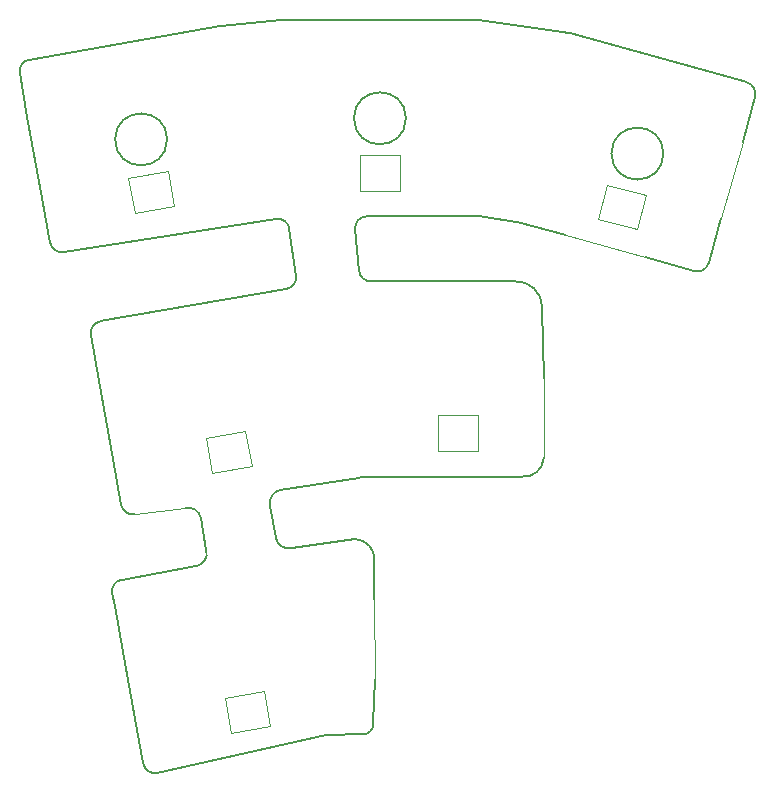
<source format=gm1>
G04 #@! TF.GenerationSoftware,KiCad,Pcbnew,7.0.7*
G04 #@! TF.CreationDate,2024-02-03T15:44:35+08:00*
G04 #@! TF.ProjectId,flex,666c6578-2e6b-4696-9361-645f70636258,rev?*
G04 #@! TF.SameCoordinates,Original*
G04 #@! TF.FileFunction,Profile,NP*
%FSLAX46Y46*%
G04 Gerber Fmt 4.6, Leading zero omitted, Abs format (unit mm)*
G04 Created by KiCad (PCBNEW 7.0.7) date 2024-02-03 15:44:35*
%MOMM*%
%LPD*%
G01*
G04 APERTURE LIST*
G04 #@! TA.AperFunction,Profile*
%ADD10C,0.200000*%
G04 #@! TD*
G04 #@! TA.AperFunction,Profile*
%ADD11C,0.050000*%
G04 #@! TD*
G04 #@! TA.AperFunction,Profile*
%ADD12C,0.120000*%
G04 #@! TD*
G04 APERTURE END LIST*
D10*
X85554430Y-61936204D02*
X85889204Y-65446311D01*
D11*
X101517591Y-81304279D02*
X101505810Y-74554291D01*
D10*
X65787906Y-91599527D02*
G75*
G03*
X64984402Y-92775286I177994J-984073D01*
G01*
X79991793Y-61907856D02*
G75*
G03*
X78844795Y-61059506I-990293J-139344D01*
G01*
X65056842Y-81401082D02*
X63873117Y-74755687D01*
X96022037Y-60850518D02*
G75*
G03*
X95886322Y-60841260I-135737J-990482D01*
G01*
X95886322Y-60841260D02*
X86549912Y-60841260D01*
X72496527Y-86397728D02*
G75*
G03*
X71166131Y-85535797I-1070727J-194972D01*
G01*
X96022038Y-44250513D02*
X103621191Y-45291467D01*
X67613349Y-107162928D02*
X67098201Y-104328251D01*
X86549912Y-60841317D02*
G75*
G03*
X85554431Y-61936204I-12J-999983D01*
G01*
X69633296Y-54328168D02*
G75*
G03*
X69633296Y-54328168I-2200000J0D01*
G01*
X101409519Y-68579288D02*
X101505810Y-74554291D01*
X119408312Y-50727951D02*
X118352802Y-54508363D01*
X86209123Y-104709584D02*
G75*
G03*
X87109122Y-103709526I-16423J919784D01*
G01*
X85889246Y-65446307D02*
G75*
G03*
X86886219Y-66351367I995454J94907D01*
G01*
X79398595Y-44241256D02*
G75*
G03*
X79310570Y-44245142I5J-998944D01*
G01*
X85975656Y-82952760D02*
G75*
G03*
X85887631Y-82956646I44J-999940D01*
G01*
X57960077Y-47576011D02*
G75*
G03*
X57149512Y-48730861I174823J-984589D01*
G01*
X63993931Y-69731595D02*
G75*
G03*
X63184803Y-70891511I175369J-984505D01*
G01*
X114250000Y-65484366D02*
X110064071Y-64315634D01*
X83068065Y-104732225D02*
X68818112Y-107959427D01*
X80169043Y-88922779D02*
X85502015Y-88165856D01*
X57960070Y-47575969D02*
X74105714Y-44708982D01*
D11*
X103393649Y-62453218D02*
X110064071Y-64315634D01*
D10*
X87184161Y-90007223D02*
G75*
G03*
X85502015Y-88165856I-1682161J152323D01*
G01*
X116537593Y-61009710D02*
X115482083Y-64790123D01*
X103393649Y-62453218D02*
X99290326Y-61307550D01*
X63993939Y-69731642D02*
X79729594Y-66986755D01*
X79398595Y-44241260D02*
X95886322Y-44241260D01*
X80548003Y-65862342D02*
X79991765Y-61907860D01*
X99709519Y-82879288D02*
X85975656Y-82952763D01*
X59743578Y-63062862D02*
X59050000Y-59300000D01*
X79729595Y-66986762D02*
G75*
G03*
X80548003Y-65862342I-171895J985162D01*
G01*
X99157122Y-61279965D02*
X96022038Y-60850512D01*
X72961078Y-89127832D02*
X72496567Y-86397721D01*
D11*
X116537593Y-61009710D02*
X118352802Y-54508363D01*
D10*
X65891286Y-97687027D02*
X67098201Y-104328251D01*
X59743570Y-63062863D02*
G75*
G03*
X60881567Y-63869577I983430J181263D01*
G01*
X103754395Y-45319052D02*
X118714069Y-49495868D01*
X67613368Y-107162925D02*
G75*
G03*
X68818112Y-107959426I983832J178725D01*
G01*
X57794157Y-52461015D02*
X57149512Y-48730861D01*
X74193055Y-44697367D02*
X79310570Y-44245142D01*
X86209122Y-104709526D02*
X83068065Y-104732225D01*
X87184126Y-90007220D02*
X87184125Y-93283755D01*
X87195906Y-100033743D02*
X87109122Y-103709526D01*
X59050000Y-59300000D02*
X57794157Y-52461015D01*
X65745157Y-85265257D02*
X65056842Y-81401082D01*
D11*
X87195906Y-100033743D02*
X87184125Y-93283755D01*
D10*
X65189488Y-93825278D02*
X64984401Y-92775286D01*
X65745211Y-85265247D02*
G75*
G03*
X66905027Y-86074393I984489J175347D01*
G01*
X99709520Y-82879275D02*
G75*
G03*
X101517591Y-81304279I149080J1654175D01*
G01*
X74193055Y-44697371D02*
G75*
G03*
X74105713Y-44708982I88245J-998129D01*
G01*
X63873117Y-74755687D02*
X63184802Y-70891512D01*
X119408294Y-50727946D02*
G75*
G03*
X118714069Y-49495868I-963294J268846D01*
G01*
X111650948Y-55527002D02*
G75*
G03*
X111650948Y-55527002I-2200000J0D01*
G01*
X101409527Y-68579288D02*
G75*
G03*
X99009518Y-66332781I-2251427J-12D01*
G01*
X96022037Y-44250519D02*
G75*
G03*
X95886323Y-44241261I-135737J-990481D01*
G01*
X103754395Y-45319054D02*
G75*
G03*
X103621191Y-45291468I-269295J-964946D01*
G01*
X72099143Y-90458207D02*
G75*
G03*
X72961077Y-89127832I-194943J1070707D01*
G01*
X78844795Y-61059505D02*
X60881567Y-63869578D01*
X99290326Y-61307549D02*
G75*
G03*
X99157122Y-61279965I-268826J-962751D01*
G01*
X78838577Y-88060861D02*
G75*
G03*
X80169043Y-88922778I1070723J194961D01*
G01*
X78374096Y-85330744D02*
X78838607Y-88060855D01*
D11*
X71166131Y-85535797D02*
X66905027Y-86074393D01*
D10*
X86886219Y-66351367D02*
X99009518Y-66332781D01*
X65787909Y-91599546D02*
X72099154Y-90458268D01*
X114249994Y-65484386D02*
G75*
G03*
X115482081Y-64790124I268906J963186D01*
G01*
X89854496Y-52541260D02*
G75*
G03*
X89854496Y-52541260I-2200000J0D01*
G01*
X65891286Y-97687027D02*
X65189488Y-93825278D01*
X79236011Y-84000257D02*
G75*
G03*
X78374096Y-85330744I194989J-1070743D01*
G01*
X85887631Y-82956644D02*
X79236020Y-84000308D01*
D12*
X95950000Y-80700000D02*
X92550000Y-80700000D01*
X95950000Y-77700000D02*
X95950000Y-80700000D01*
X92550000Y-80700000D02*
X92550000Y-77700000D01*
X92550000Y-77700000D02*
X95950000Y-77700000D01*
X70225171Y-59949795D02*
X66876825Y-60540199D01*
X69704227Y-56995371D02*
X70225171Y-59949795D01*
X66876825Y-60540199D02*
X66355881Y-57585775D01*
X66355881Y-57585775D02*
X69704227Y-56995371D01*
X109394371Y-61956666D02*
X106110224Y-61076681D01*
X110170828Y-59058889D02*
X109394371Y-61956666D01*
X106110224Y-61076681D02*
X106886681Y-58178904D01*
X106886681Y-58178904D02*
X110170828Y-59058889D01*
X76784645Y-81982010D02*
X73436299Y-82572414D01*
X76263701Y-79027586D02*
X76784645Y-81982010D01*
X73436299Y-82572414D02*
X72915355Y-79617990D01*
X72915355Y-79617990D02*
X76263701Y-79027586D01*
X78384645Y-104012010D02*
X75036299Y-104602414D01*
X77863701Y-101057586D02*
X78384645Y-104012010D01*
X75036299Y-104602414D02*
X74515355Y-101647990D01*
X74515355Y-101647990D02*
X77863701Y-101057586D01*
X89390526Y-58667785D02*
X85990526Y-58667785D01*
X89390526Y-55667785D02*
X89390526Y-58667785D01*
X85990526Y-58667785D02*
X85990526Y-55667785D01*
X85990526Y-55667785D02*
X89390526Y-55667785D01*
M02*

</source>
